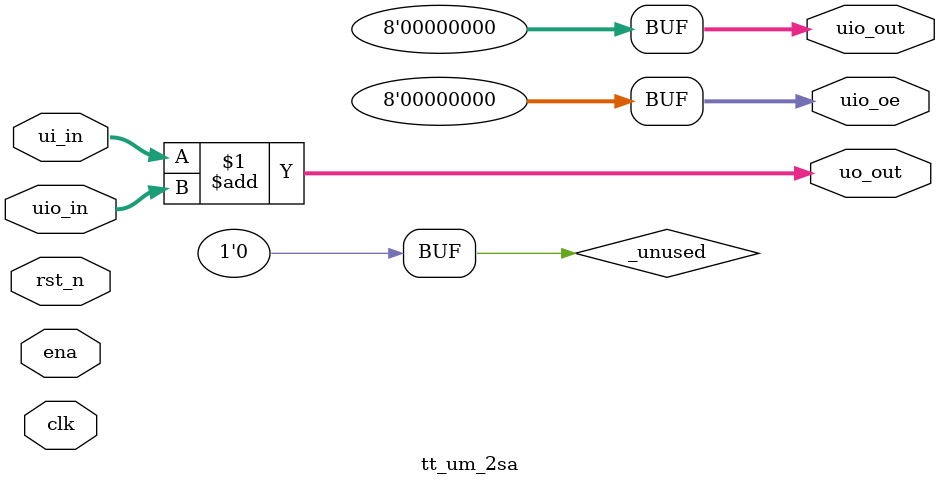
<source format=v>
/*
 * Copyright (c) 2024 Your Name
 * SPDX-License-Identifier: Apache-2.0
 */

`default_nettype none

module tt_um_2sa (
    input  wire [7:0] ui_in,    // Dedicated inputs
    output wire [7:0] uo_out,   // Dedicated outputs
    input  wire [7:0] uio_in,   // IOs: Input path
    output wire [7:0] uio_out,  // IOs: Output path
    output wire [7:0] uio_oe,   // IOs: Enable path (active high: 0=input, 1=output)
    input  wire       ena,      // always 1 when the design is powered, so you can ignore it
    input  wire       clk,      // clock
    input  wire       rst_n     // reset_n - low to reset
);

  // All output pins must be assigned. If not used, assign to 0.
  assign uo_out  = ui_in + uio_in;  // Example: ou_out is the sum of ui_in and uio_in
  assign uio_out = 0;
  assign uio_oe  = 0;

  // List all unused inputs to prevent warnings
  wire _unused = &{ena, clk, rst_n, 1'b0};

endmodule

</source>
